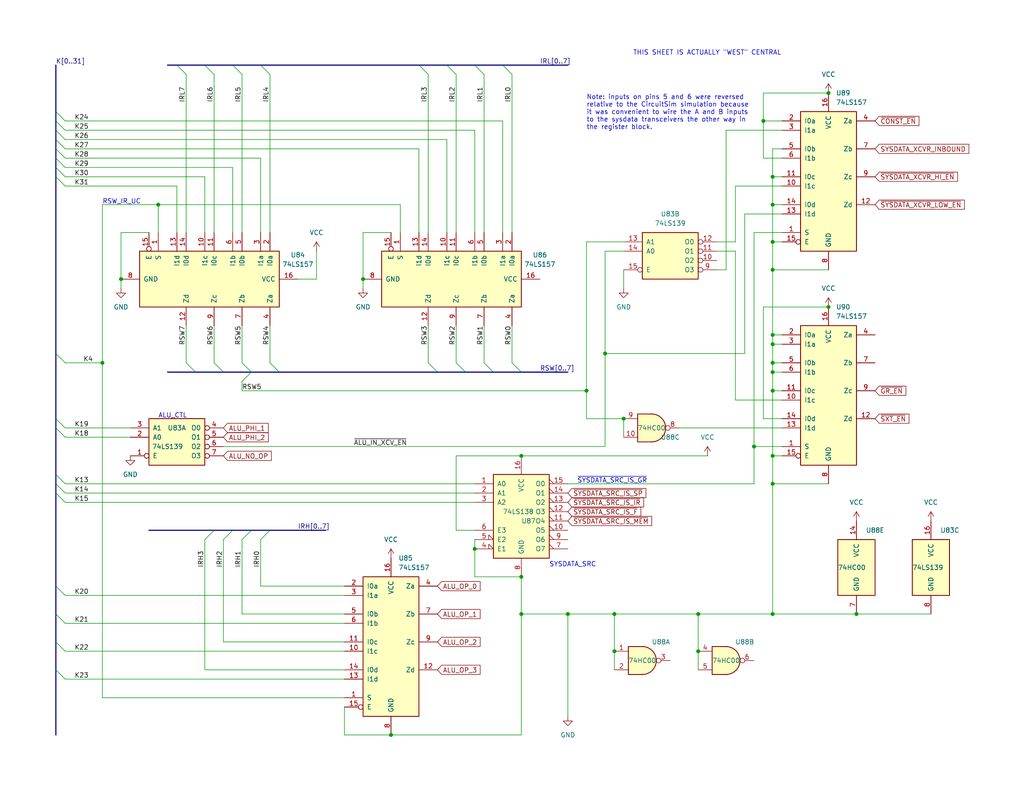
<source format=kicad_sch>
(kicad_sch (version 20211123) (generator eeschema)
  (paper "USLetter")
  (title_block (title "South Central Control"))
  (lib_symbols
    (symbol "74xx:74HC00" (pin_names (offset 1.016))
      (property "Reference" "U" (at 0 1.27 0))
      (property "Value" "74HC00" (at 0 -1.27 0))
      (symbol "74HC00_1_1"
        (arc (start 0 -3.81) (mid 3.81 0) (end 0 3.81) (stroke (width 0.254)) (fill (type background)))
        (polyline (pts (xy 0 3.81) (xy -3.81 3.81) (xy -3.81 -3.81) (xy 0 -3.81)) (stroke (width 0.254)) (fill (type background)))
        (pin input line (at -7.62 2.54 0) (length 3.81) (name "~") (number "1"))
        (pin input line (at -7.62 -2.54 0) (length 3.81) (name "~") (number "2"))
        (pin output inverted (at 7.62 0 180) (length 3.81) (name "~") (number "3"))
      )
      (symbol "74HC00_1_2"
        (arc (start -3.81 -3.81) (mid -2.589 0) (end -3.81 3.81) (stroke (width 0.254)))
        (arc (start -0.6096 -3.81) (mid 2.1855 -2.584) (end 3.81 0) (stroke (width 0.254)) (fill (type background)))
        (polyline (pts (xy -3.81 -3.81) (xy -0.635 -3.81)) (stroke (width 0.254)) (fill (type background)))
        (polyline (pts (xy -3.81 3.81) (xy -0.635 3.81)) (stroke (width 0.254)) (fill (type background)))
        (polyline (pts (xy -0.635 3.81) (xy -3.81 3.81) (xy -3.81 3.81) (xy -3.556 3.4036) (xy -3.0226 2.2606) (xy -2.6924 1.0414) (xy -2.6162 -0.254) (xy -2.7686 -1.4986) (xy -3.175 -2.7178) (xy -3.81 -3.81) (xy -3.81 -3.81) (xy -0.635 -3.81)) (stroke (width -25.4)) (fill (type background)))
        (arc (start 3.81 0) (mid 2.1928 2.5925) (end -0.6096 3.81) (stroke (width 0.254)) (fill (type background)))
        (pin input inverted (at -7.62 2.54 0) (length 4.318) (name "~") (number "1"))
        (pin input inverted (at -7.62 -2.54 0) (length 4.318) (name "~") (number "2"))
        (pin output line (at 7.62 0 180) (length 3.81) (name "~") (number "3"))
      )
      (symbol "74HC00_2_1"
        (arc (start 0 -3.81) (mid 3.81 0) (end 0 3.81) (stroke (width 0.254)) (fill (type background)))
        (polyline (pts (xy 0 3.81) (xy -3.81 3.81) (xy -3.81 -3.81) (xy 0 -3.81)) (stroke (width 0.254)) (fill (type background)))
        (pin input line (at -7.62 2.54 0) (length 3.81) (name "~") (number "4"))
        (pin input line (at -7.62 -2.54 0) (length 3.81) (name "~") (number "5"))
        (pin output inverted (at 7.62 0 180) (length 3.81) (name "~") (number "6"))
      )
      (symbol "74HC00_2_2"
        (arc (start -3.81 -3.81) (mid -2.589 0) (end -3.81 3.81) (stroke (width 0.254)))
        (arc (start -0.6096 -3.81) (mid 2.1855 -2.584) (end 3.81 0) (stroke (width 0.254)) (fill (type background)))
        (polyline (pts (xy -3.81 -3.81) (xy -0.635 -3.81)) (stroke (width 0.254)) (fill (type background)))
        (polyline (pts (xy -3.81 3.81) (xy -0.635 3.81)) (stroke (width 0.254)) (fill (type background)))
        (polyline (pts (xy -0.635 3.81) (xy -3.81 3.81) (xy -3.81 3.81) (xy -3.556 3.4036) (xy -3.0226 2.2606) (xy -2.6924 1.0414) (xy -2.6162 -0.254) (xy -2.7686 -1.4986) (xy -3.175 -2.7178) (xy -3.81 -3.81) (xy -3.81 -3.81) (xy -0.635 -3.81)) (stroke (width -25.4)) (fill (type background)))
        (arc (start 3.81 0) (mid 2.1928 2.5925) (end -0.6096 3.81) (stroke (width 0.254)) (fill (type background)))
        (pin input inverted (at -7.62 2.54 0) (length 4.318) (name "~") (number "4"))
        (pin input inverted (at -7.62 -2.54 0) (length 4.318) (name "~") (number "5"))
        (pin output line (at 7.62 0 180) (length 3.81) (name "~") (number "6"))
      )
      (symbol "74HC00_3_1"
        (arc (start 0 -3.81) (mid 3.81 0) (end 0 3.81) (stroke (width 0.254)) (fill (type background)))
        (polyline (pts (xy 0 3.81) (xy -3.81 3.81) (xy -3.81 -3.81) (xy 0 -3.81)) (stroke (width 0.254)) (fill (type background)))
        (pin input line (at -7.62 -2.54 0) (length 3.81) (name "~") (number "10"))
        (pin output inverted (at 7.62 0 180) (length 3.81) (name "~") (number "8"))
        (pin input line (at -7.62 2.54 0) (length 3.81) (name "~") (number "9"))
      )
      (symbol "74HC00_3_2"
        (arc (start -3.81 -3.81) (mid -2.589 0) (end -3.81 3.81) (stroke (width 0.254)))
        (arc (start -0.6096 -3.81) (mid 2.1855 -2.584) (end 3.81 0) (stroke (width 0.254)) (fill (type background)))
        (polyline (pts (xy -3.81 -3.81) (xy -0.635 -3.81)) (stroke (width 0.254)) (fill (type background)))
        (polyline (pts (xy -3.81 3.81) (xy -0.635 3.81)) (stroke (width 0.254)) (fill (type background)))
        (polyline (pts (xy -0.635 3.81) (xy -3.81 3.81) (xy -3.81 3.81) (xy -3.556 3.4036) (xy -3.0226 2.2606) (xy -2.6924 1.0414) (xy -2.6162 -0.254) (xy -2.7686 -1.4986) (xy -3.175 -2.7178) (xy -3.81 -3.81) (xy -3.81 -3.81) (xy -0.635 -3.81)) (stroke (width -25.4)) (fill (type background)))
        (arc (start 3.81 0) (mid 2.1928 2.5925) (end -0.6096 3.81) (stroke (width 0.254)) (fill (type background)))
        (pin input inverted (at -7.62 -2.54 0) (length 4.318) (name "~") (number "10"))
        (pin output line (at 7.62 0 180) (length 3.81) (name "~") (number "8"))
        (pin input inverted (at -7.62 2.54 0) (length 4.318) (name "~") (number "9"))
      )
      (symbol "74HC00_4_1"
        (arc (start 0 -3.81) (mid 3.81 0) (end 0 3.81) (stroke (width 0.254)) (fill (type background)))
        (polyline (pts (xy 0 3.81) (xy -3.81 3.81) (xy -3.81 -3.81) (xy 0 -3.81)) (stroke (width 0.254)) (fill (type background)))
        (pin output inverted (at 7.62 0 180) (length 3.81) (name "~") (number "11"))
        (pin input line (at -7.62 2.54 0) (length 3.81) (name "~") (number "12"))
        (pin input line (at -7.62 -2.54 0) (length 3.81) (name "~") (number "13"))
      )
      (symbol "74HC00_4_2"
        (arc (start -3.81 -3.81) (mid -2.589 0) (end -3.81 3.81) (stroke (width 0.254)))
        (arc (start -0.6096 -3.81) (mid 2.1855 -2.584) (end 3.81 0) (stroke (width 0.254)) (fill (type background)))
        (polyline (pts (xy -3.81 -3.81) (xy -0.635 -3.81)) (stroke (width 0.254)) (fill (type background)))
        (polyline (pts (xy -3.81 3.81) (xy -0.635 3.81)) (stroke (width 0.254)) (fill (type background)))
        (polyline (pts (xy -0.635 3.81) (xy -3.81 3.81) (xy -3.81 3.81) (xy -3.556 3.4036) (xy -3.0226 2.2606) (xy -2.6924 1.0414) (xy -2.6162 -0.254) (xy -2.7686 -1.4986) (xy -3.175 -2.7178) (xy -3.81 -3.81) (xy -3.81 -3.81) (xy -0.635 -3.81)) (stroke (width -25.4)) (fill (type background)))
        (arc (start 3.81 0) (mid 2.1928 2.5925) (end -0.6096 3.81) (stroke (width 0.254)) (fill (type background)))
        (pin output line (at 7.62 0 180) (length 3.81) (name "~") (number "11"))
        (pin input inverted (at -7.62 2.54 0) (length 4.318) (name "~") (number "12"))
        (pin input inverted (at -7.62 -2.54 0) (length 4.318) (name "~") (number "13"))
      )
      (symbol "74HC00_5_0"
        (pin power_in line (at 0 12.7 270) (length 5.08) (name "VCC") (number "14"))
        (pin power_in line (at 0 -12.7 90) (length 5.08) (name "GND") (number "7"))
      )
      (symbol "74HC00_5_1"
        (rectangle (start -5.08 7.62) (end 5.08 -7.62) (stroke (width 0.254)) (fill (type background)))
      )
    )
    (symbol "74xx:74LS138" (pin_names (offset 1.016))
      (property "Reference" "U" (at -7.62 11.43 0))
      (property "Value" "74LS138" (at -7.62 -13.97 0))
      (symbol "74LS138_1_0"
        (pin input line (at -12.7 7.62 0) (length 5.08) (name "A0") (number "1"))
        (pin output output_low (at 12.7 -5.08 180) (length 5.08) (name "O5") (number "10"))
        (pin output output_low (at 12.7 -2.54 180) (length 5.08) (name "O4") (number "11"))
        (pin output output_low (at 12.7 0 180) (length 5.08) (name "O3") (number "12"))
        (pin output output_low (at 12.7 2.54 180) (length 5.08) (name "O2") (number "13"))
        (pin output output_low (at 12.7 5.08 180) (length 5.08) (name "O1") (number "14"))
        (pin output output_low (at 12.7 7.62 180) (length 5.08) (name "O0") (number "15"))
        (pin power_in line (at 0 15.24 270) (length 5.08) (name "VCC") (number "16"))
        (pin input line (at -12.7 5.08 0) (length 5.08) (name "A1") (number "2"))
        (pin input line (at -12.7 2.54 0) (length 5.08) (name "A2") (number "3"))
        (pin input input_low (at -12.7 -10.16 0) (length 5.08) (name "E1") (number "4"))
        (pin input input_low (at -12.7 -7.62 0) (length 5.08) (name "E2") (number "5"))
        (pin input line (at -12.7 -5.08 0) (length 5.08) (name "E3") (number "6"))
        (pin output output_low (at 12.7 -10.16 180) (length 5.08) (name "O7") (number "7"))
        (pin power_in line (at 0 -17.78 90) (length 5.08) (name "GND") (number "8"))
        (pin output output_low (at 12.7 -7.62 180) (length 5.08) (name "O6") (number "9"))
      )
      (symbol "74LS138_1_1"
        (rectangle (start -7.62 10.16) (end 7.62 -12.7) (stroke (width 0.254)) (fill (type background)))
      )
    )
    (symbol "74xx:74LS139" (pin_names (offset 1.016))
      (property "Reference" "U" (at -7.62 8.89 0))
      (property "Value" "74LS139" (at -7.62 -8.89 0))
      (symbol "74LS139_1_0"
        (pin input inverted (at -12.7 -5.08 0) (length 5.08) (name "E") (number "1"))
        (pin input line (at -12.7 0 0) (length 5.08) (name "A0") (number "2"))
        (pin input line (at -12.7 2.54 0) (length 5.08) (name "A1") (number "3"))
        (pin output inverted (at 12.7 2.54 180) (length 5.08) (name "O0") (number "4"))
        (pin output inverted (at 12.7 0 180) (length 5.08) (name "O1") (number "5"))
        (pin output inverted (at 12.7 -2.54 180) (length 5.08) (name "O2") (number "6"))
        (pin output inverted (at 12.7 -5.08 180) (length 5.08) (name "O3") (number "7"))
      )
      (symbol "74LS139_1_1"
        (rectangle (start -7.62 5.08) (end 7.62 -7.62) (stroke (width 0.254)) (fill (type background)))
      )
      (symbol "74LS139_2_0"
        (pin output inverted (at 12.7 -2.54 180) (length 5.08) (name "O2") (number "10"))
        (pin output inverted (at 12.7 0 180) (length 5.08) (name "O1") (number "11"))
        (pin output inverted (at 12.7 2.54 180) (length 5.08) (name "O0") (number "12"))
        (pin input line (at -12.7 2.54 0) (length 5.08) (name "A1") (number "13"))
        (pin input line (at -12.7 0 0) (length 5.08) (name "A0") (number "14"))
        (pin input inverted (at -12.7 -5.08 0) (length 5.08) (name "E") (number "15"))
        (pin output inverted (at 12.7 -5.08 180) (length 5.08) (name "O3") (number "9"))
      )
      (symbol "74LS139_2_1"
        (rectangle (start -7.62 5.08) (end 7.62 -7.62) (stroke (width 0.254)) (fill (type background)))
      )
      (symbol "74LS139_3_0"
        (pin power_in line (at 0 12.7 270) (length 5.08) (name "VCC") (number "16"))
        (pin power_in line (at 0 -12.7 90) (length 5.08) (name "GND") (number "8"))
      )
      (symbol "74LS139_3_1"
        (rectangle (start -5.08 7.62) (end 5.08 -7.62) (stroke (width 0.254)) (fill (type background)))
      )
    )
    (symbol "74xx:74LS157" (pin_names (offset 1.016))
      (property "Reference" "U" (at -7.62 19.05 0))
      (property "Value" "74LS157" (at -7.62 -21.59 0))
      (symbol "74LS157_1_0"
        (pin input line (at -12.7 -15.24 0) (length 5.08) (name "S") (number "1"))
        (pin input line (at -12.7 -2.54 0) (length 5.08) (name "I1c") (number "10"))
        (pin input line (at -12.7 0 0) (length 5.08) (name "I0c") (number "11"))
        (pin output line (at 12.7 -7.62 180) (length 5.08) (name "Zd") (number "12"))
        (pin input line (at -12.7 -10.16 0) (length 5.08) (name "I1d") (number "13"))
        (pin input line (at -12.7 -7.62 0) (length 5.08) (name "I0d") (number "14"))
        (pin input inverted (at -12.7 -17.78 0) (length 5.08) (name "E") (number "15"))
        (pin power_in line (at 0 22.86 270) (length 5.08) (name "VCC") (number "16"))
        (pin input line (at -12.7 15.24 0) (length 5.08) (name "I0a") (number "2"))
        (pin input line (at -12.7 12.7 0) (length 5.08) (name "I1a") (number "3"))
        (pin output line (at 12.7 15.24 180) (length 5.08) (name "Za") (number "4"))
        (pin input line (at -12.7 7.62 0) (length 5.08) (name "I0b") (number "5"))
        (pin input line (at -12.7 5.08 0) (length 5.08) (name "I1b") (number "6"))
        (pin output line (at 12.7 7.62 180) (length 5.08) (name "Zb") (number "7"))
        (pin power_in line (at 0 -25.4 90) (length 5.08) (name "GND") (number "8"))
        (pin output line (at 12.7 0 180) (length 5.08) (name "Zc") (number "9"))
      )
      (symbol "74LS157_1_1"
        (rectangle (start -7.62 17.78) (end 7.62 -20.32) (stroke (width 0.254)) (fill (type background)))
      )
    )
    (symbol "power:GND" (power) (pin_names (offset 0))
      (property "Value" "GND" (at 0 -3.81 0))
      (symbol "GND_0_1"
        (polyline (pts (xy 0 0) (xy 0 -1.27) (xy 1.27 -1.27) (xy 0 -2.54) (xy -1.27 -1.27) (xy 0 -1.27)))
      )
      (symbol "GND_1_1"
        (pin power_in line (at 0 0 270) (length 0) hide (name "GND") (number "1"))
      )
    )
    (symbol "power:VCC" (power) (pin_names (offset 0))
      (property "Value" "VCC" (at 0 3.81 0))
      (symbol "VCC_0_1"
        (polyline (pts (xy -0.762 1.27) (xy 0 2.54)))
        (polyline (pts (xy 0 0) (xy 0 2.54)))
        (polyline (pts (xy 0 2.54) (xy 0.762 1.27)))
      )
      (symbol "VCC_1_1"
        (pin power_in line (at 0 0 90) (length 0) hide (name "VCC") (number "1"))
      )
    )
  )
  (junction (at 205.74 121.92))
  (junction (at 210.82 132.08))
  (junction (at 210.82 55.88))
  (junction (at 165.1 96.52))
  (junction (at 210.82 124.46))
  (junction (at 210.82 101.6))
  (junction (at 106.68 200.66))
  (junction (at 210.82 167.64))
  (junction (at 160.02 106.68))
  (junction (at 210.82 48.26))
  (junction (at 170.18 114.3))
  (junction (at 142.24 157.48))
  (junction (at 210.82 106.68))
  (junction (at 154.94 167.64))
  (junction (at 190.5 167.64))
  (junction (at 210.82 93.98))
  (junction (at 208.28 33.02))
  (junction (at 43.18 55.88))
  (junction (at 226.06 25.4))
  (junction (at 190.5 177.8))
  (junction (at 33.02 76.2))
  (junction (at 210.82 91.44))
  (junction (at 167.64 177.8))
  (junction (at 233.68 167.64))
  (junction (at 167.64 167.64))
  (junction (at 210.82 99.06))
  (junction (at 142.24 167.64))
  (junction (at 99.06 76.2))
  (junction (at 142.24 124.46))
  (junction (at 210.82 73.66))
  (junction (at 210.82 66.04))
  (junction (at 226.06 83.82))
  (junction (at 129.54 149.86))
  (junction (at 27.94 99.06))
  (bus_entry (at 68.58 101.6) (size -2.54 -2.54))
  (bus_entry (at 68.58 101.6) (size -2.54 2.54))
  (bus_entry (at 15.24 116.84) (size 2.54 2.54))
  (bus_entry (at 15.24 30.48) (size 2.54 2.54))
  (bus_entry (at 15.24 33.02) (size 2.54 2.54))
  (bus_entry (at 121.92 17.78) (size 2.54 2.54))
  (bus_entry (at 15.24 182.88) (size 2.54 2.54))
  (bus_entry (at 137.16 17.78) (size 2.54 2.54))
  (bus_entry (at 73.66 144.78) (size -2.54 2.54))
  (bus_entry (at 15.24 43.18) (size 2.54 2.54))
  (bus_entry (at 134.62 101.6) (size -2.54 -2.54))
  (bus_entry (at 60.96 101.6) (size -2.54 -2.54))
  (bus_entry (at 15.24 132.08) (size 2.54 2.54))
  (bus_entry (at 63.5 144.78) (size -2.54 2.54))
  (bus_entry (at 15.24 96.52) (size 2.54 2.54))
  (bus_entry (at 63.5 17.78) (size 2.54 2.54))
  (bus_entry (at 119.38 101.6) (size -2.54 -2.54))
  (bus_entry (at 127 101.6) (size -2.54 -2.54))
  (bus_entry (at 68.58 144.78) (size -2.54 2.54))
  (bus_entry (at 15.24 160.02) (size 2.54 2.54))
  (bus_entry (at 15.24 35.56) (size 2.54 2.54))
  (bus_entry (at 15.24 167.64) (size 2.54 2.54))
  (bus_entry (at 15.24 134.62) (size 2.54 2.54))
  (bus_entry (at 48.26 17.78) (size 2.54 2.54))
  (bus_entry (at 15.24 175.26) (size 2.54 2.54))
  (bus_entry (at 76.2 101.6) (size -2.54 -2.54))
  (bus_entry (at 15.24 38.1) (size 2.54 2.54))
  (bus_entry (at 142.24 101.6) (size -2.54 -2.54))
  (bus_entry (at 129.54 17.78) (size 2.54 2.54))
  (bus_entry (at 15.24 48.26) (size 2.54 2.54))
  (bus_entry (at 15.24 45.72) (size 2.54 2.54))
  (bus_entry (at 58.42 144.78) (size -2.54 2.54))
  (bus_entry (at 15.24 114.3) (size 2.54 2.54))
  (bus_entry (at 53.34 101.6) (size -2.54 -2.54))
  (bus_entry (at 55.88 17.78) (size 2.54 2.54))
  (bus_entry (at 15.24 40.64) (size 2.54 2.54))
  (bus_entry (at 114.3 17.78) (size 2.54 2.54))
  (bus_entry (at 15.24 129.54) (size 2.54 2.54))
  (bus_entry (at 71.12 17.78) (size 2.54 2.54))
  (bus (pts (xy 15.24 48.26) (xy 15.24 96.52)))
  (wire (pts (xy 154.94 167.64) (xy 167.64 167.64)))
  (wire (pts (xy 142.24 200.66) (xy 106.68 200.66)))
  (wire (pts (xy 190.5 182.88) (xy 190.5 177.8)))
  (wire (pts (xy 116.84 99.06) (xy 116.84 88.9)))
  (wire (pts (xy 195.58 73.66) (xy 198.12 73.66)))
  (wire (pts (xy 213.36 109.22) (xy 200.66 109.22)))
  (wire (pts (xy 160.02 106.68) (xy 66.04 106.68)))
  (bus (pts (xy 63.5 144.78) (xy 68.58 144.78)))
  (wire (pts (xy 165.1 121.92) (xy 165.1 96.52)))
  (wire (pts (xy 17.78 40.64) (xy 114.3 40.64)))
  (wire (pts (xy 208.28 83.82) (xy 226.06 83.82)))
  (wire (pts (xy 71.12 63.5) (xy 71.12 43.18)))
  (wire (pts (xy 170.18 114.3) (xy 160.02 114.3)))
  (wire (pts (xy 17.78 162.56) (xy 93.98 162.56)))
  (wire (pts (xy 167.64 167.64) (xy 190.5 167.64)))
  (wire (pts (xy 17.78 134.62) (xy 129.54 134.62)))
  (wire (pts (xy 142.24 167.64) (xy 142.24 200.66)))
  (wire (pts (xy 139.7 99.06) (xy 139.7 88.9)))
  (wire (pts (xy 81.28 76.2) (xy 86.36 76.2)))
  (wire (pts (xy 213.36 99.06) (xy 210.82 99.06)))
  (wire (pts (xy 203.2 96.52) (xy 165.1 96.52)))
  (bus (pts (xy 15.24 132.08) (xy 15.24 134.62)))
  (wire (pts (xy 132.08 20.32) (xy 132.08 63.5)))
  (wire (pts (xy 170.18 119.38) (xy 170.18 114.3)))
  (wire (pts (xy 208.28 33.02) (xy 208.28 43.18)))
  (wire (pts (xy 86.36 76.2) (xy 86.36 68.58)))
  (wire (pts (xy 160.02 114.3) (xy 160.02 106.68)))
  (wire (pts (xy 210.82 73.66) (xy 210.82 91.44)))
  (bus (pts (xy 121.92 17.78) (xy 129.54 17.78)))
  (wire (pts (xy 210.82 124.46) (xy 210.82 132.08)))
  (wire (pts (xy 137.16 63.5) (xy 137.16 33.02)))
  (wire (pts (xy 154.94 167.64) (xy 142.24 167.64)))
  (bus (pts (xy 15.24 45.72) (xy 15.24 48.26)))
  (wire (pts (xy 185.42 116.84) (xy 213.36 116.84)))
  (wire (pts (xy 124.46 20.32) (xy 124.46 63.5)))
  (wire (pts (xy 58.42 20.32) (xy 58.42 63.5)))
  (bus (pts (xy 60.96 101.6) (xy 68.58 101.6)))
  (wire (pts (xy 132.08 99.06) (xy 132.08 88.9)))
  (wire (pts (xy 129.54 157.48) (xy 142.24 157.48)))
  (wire (pts (xy 66.04 104.14) (xy 66.04 106.68)))
  (bus (pts (xy 76.2 101.6) (xy 119.38 101.6)))
  (wire (pts (xy 210.82 167.64) (xy 233.68 167.64)))
  (wire (pts (xy 139.7 20.32) (xy 139.7 63.5)))
  (wire (pts (xy 60.96 147.32) (xy 60.96 175.26)))
  (wire (pts (xy 190.5 177.8) (xy 190.5 167.64)))
  (bus (pts (xy 15.24 33.02) (xy 15.24 35.56)))
  (wire (pts (xy 213.36 55.88) (xy 210.82 55.88)))
  (wire (pts (xy 17.78 170.18) (xy 93.98 170.18)))
  (wire (pts (xy 208.28 114.3) (xy 208.28 83.82)))
  (wire (pts (xy 213.36 33.02) (xy 208.28 33.02)))
  (wire (pts (xy 58.42 99.06) (xy 58.42 88.9)))
  (wire (pts (xy 170.18 66.04) (xy 160.02 66.04)))
  (wire (pts (xy 17.78 119.38) (xy 35.56 119.38)))
  (wire (pts (xy 195.58 66.04) (xy 200.66 66.04)))
  (wire (pts (xy 213.36 48.26) (xy 210.82 48.26)))
  (wire (pts (xy 66.04 99.06) (xy 66.04 88.9)))
  (wire (pts (xy 200.66 68.58) (xy 195.58 68.58)))
  (wire (pts (xy 210.82 101.6) (xy 210.82 106.68)))
  (wire (pts (xy 254 167.64) (xy 233.68 167.64)))
  (wire (pts (xy 109.22 63.5) (xy 109.22 55.88)))
  (bus (pts (xy 55.88 17.78) (xy 63.5 17.78)))
  (wire (pts (xy 210.82 106.68) (xy 210.82 124.46)))
  (wire (pts (xy 116.84 20.32) (xy 116.84 63.5)))
  (wire (pts (xy 203.2 58.42) (xy 203.2 96.52)))
  (wire (pts (xy 93.98 200.66) (xy 106.68 200.66)))
  (bus (pts (xy 15.24 167.64) (xy 15.24 175.26)))
  (bus (pts (xy 142.24 101.6) (xy 154.94 101.6)))
  (bus (pts (xy 127 101.6) (xy 134.62 101.6)))
  (wire (pts (xy 17.78 50.8) (xy 48.26 50.8)))
  (bus (pts (xy 63.5 17.78) (xy 71.12 17.78)))
  (wire (pts (xy 213.36 63.5) (xy 205.74 63.5)))
  (bus (pts (xy 45.72 101.6) (xy 53.34 101.6)))
  (wire (pts (xy 17.78 132.08) (xy 129.54 132.08)))
  (wire (pts (xy 27.94 55.88) (xy 43.18 55.88)))
  (wire (pts (xy 190.5 167.64) (xy 210.82 167.64)))
  (wire (pts (xy 213.36 66.04) (xy 210.82 66.04)))
  (wire (pts (xy 27.94 190.5) (xy 27.94 99.06)))
  (wire (pts (xy 93.98 167.64) (xy 66.04 167.64)))
  (wire (pts (xy 27.94 55.88) (xy 27.94 99.06)))
  (wire (pts (xy 213.36 93.98) (xy 210.82 93.98)))
  (wire (pts (xy 17.78 99.06) (xy 27.94 99.06)))
  (wire (pts (xy 17.78 38.1) (xy 121.92 38.1)))
  (bus (pts (xy 15.24 35.56) (xy 15.24 38.1)))
  (bus (pts (xy 15.24 30.48) (xy 15.24 33.02)))
  (wire (pts (xy 154.94 167.64) (xy 154.94 195.58)))
  (wire (pts (xy 17.78 45.72) (xy 63.5 45.72)))
  (wire (pts (xy 210.82 93.98) (xy 210.82 99.06)))
  (wire (pts (xy 210.82 48.26) (xy 210.82 55.88)))
  (bus (pts (xy 68.58 144.78) (xy 73.66 144.78)))
  (bus (pts (xy 119.38 101.6) (xy 127 101.6)))
  (wire (pts (xy 160.02 66.04) (xy 160.02 106.68)))
  (bus (pts (xy 15.24 38.1) (xy 15.24 40.64)))
  (bus (pts (xy 15.24 160.02) (xy 15.24 167.64)))
  (bus (pts (xy 58.42 144.78) (xy 63.5 144.78)))
  (bus (pts (xy 134.62 101.6) (xy 142.24 101.6)))
  (wire (pts (xy 210.82 91.44) (xy 210.82 93.98)))
  (wire (pts (xy 17.78 43.18) (xy 71.12 43.18)))
  (wire (pts (xy 99.06 78.74) (xy 99.06 76.2)))
  (wire (pts (xy 129.54 144.78) (xy 124.46 144.78)))
  (wire (pts (xy 93.98 160.02) (xy 71.12 160.02)))
  (bus (pts (xy 71.12 17.78) (xy 114.3 17.78)))
  (wire (pts (xy 124.46 144.78) (xy 124.46 124.46)))
  (wire (pts (xy 17.78 137.16) (xy 129.54 137.16)))
  (wire (pts (xy 208.28 25.4) (xy 208.28 33.02)))
  (wire (pts (xy 50.8 20.32) (xy 50.8 63.5)))
  (wire (pts (xy 66.04 20.32) (xy 66.04 63.5)))
  (wire (pts (xy 17.78 35.56) (xy 129.54 35.56)))
  (wire (pts (xy 129.54 147.32) (xy 129.54 149.86)))
  (wire (pts (xy 99.06 63.5) (xy 99.06 76.2)))
  (wire (pts (xy 213.36 106.68) (xy 210.82 106.68)))
  (wire (pts (xy 109.22 55.88) (xy 43.18 55.88)))
  (wire (pts (xy 63.5 63.5) (xy 63.5 45.72)))
  (bus (pts (xy 114.3 17.78) (xy 121.92 17.78)))
  (bus (pts (xy 48.26 17.78) (xy 55.88 17.78)))
  (bus (pts (xy 15.24 175.26) (xy 15.24 182.88)))
  (wire (pts (xy 124.46 99.06) (xy 124.46 88.9)))
  (wire (pts (xy 167.64 177.8) (xy 167.64 167.64)))
  (wire (pts (xy 226.06 73.66) (xy 210.82 73.66)))
  (wire (pts (xy 55.88 63.5) (xy 55.88 48.26)))
  (wire (pts (xy 210.82 40.64) (xy 210.82 48.26)))
  (wire (pts (xy 71.12 147.32) (xy 71.12 160.02)))
  (wire (pts (xy 124.46 124.46) (xy 142.24 124.46)))
  (wire (pts (xy 193.04 124.46) (xy 142.24 124.46)))
  (wire (pts (xy 43.18 63.5) (xy 43.18 55.88)))
  (wire (pts (xy 93.98 193.04) (xy 93.98 200.66)))
  (wire (pts (xy 200.66 50.8) (xy 213.36 50.8)))
  (wire (pts (xy 213.36 124.46) (xy 210.82 124.46)))
  (wire (pts (xy 198.12 35.56) (xy 213.36 35.56)))
  (wire (pts (xy 205.74 121.92) (xy 205.74 63.5)))
  (bus (pts (xy 15.24 116.84) (xy 15.24 129.54)))
  (wire (pts (xy 154.94 132.08) (xy 205.74 132.08)))
  (wire (pts (xy 210.82 99.06) (xy 210.82 101.6)))
  (bus (pts (xy 15.24 43.18) (xy 15.24 45.72)))
  (wire (pts (xy 66.04 147.32) (xy 66.04 167.64)))
  (wire (pts (xy 93.98 175.26) (xy 60.96 175.26)))
  (wire (pts (xy 17.78 185.42) (xy 93.98 185.42)))
  (wire (pts (xy 93.98 182.88) (xy 55.88 182.88)))
  (wire (pts (xy 129.54 149.86) (xy 129.54 157.48)))
  (bus (pts (xy 15.24 114.3) (xy 15.24 116.84)))
  (wire (pts (xy 208.28 25.4) (xy 226.06 25.4)))
  (wire (pts (xy 106.68 63.5) (xy 99.06 63.5)))
  (wire (pts (xy 55.88 147.32) (xy 55.88 182.88)))
  (bus (pts (xy 15.24 129.54) (xy 15.24 132.08)))
  (bus (pts (xy 45.72 17.78) (xy 48.26 17.78)))
  (wire (pts (xy 142.24 157.48) (xy 142.24 167.64)))
  (wire (pts (xy 213.36 58.42) (xy 203.2 58.42)))
  (wire (pts (xy 208.28 43.18) (xy 213.36 43.18)))
  (bus (pts (xy 15.24 134.62) (xy 15.24 160.02)))
  (wire (pts (xy 129.54 63.5) (xy 129.54 35.56)))
  (wire (pts (xy 213.36 121.92) (xy 205.74 121.92)))
  (wire (pts (xy 17.78 48.26) (xy 55.88 48.26)))
  (bus (pts (xy 68.58 101.6) (xy 76.2 101.6)))
  (wire (pts (xy 60.96 121.92) (xy 165.1 121.92)))
  (wire (pts (xy 205.74 132.08) (xy 205.74 121.92)))
  (wire (pts (xy 50.8 99.06) (xy 50.8 88.9)))
  (wire (pts (xy 114.3 63.5) (xy 114.3 40.64)))
  (wire (pts (xy 210.82 132.08) (xy 210.82 167.64)))
  (wire (pts (xy 17.78 177.8) (xy 93.98 177.8)))
  (wire (pts (xy 213.36 40.64) (xy 210.82 40.64)))
  (wire (pts (xy 213.36 91.44) (xy 210.82 91.44)))
  (wire (pts (xy 200.66 66.04) (xy 200.66 50.8)))
  (wire (pts (xy 73.66 99.06) (xy 73.66 88.9)))
  (bus (pts (xy 15.24 182.88) (xy 15.24 200.66)))
  (wire (pts (xy 17.78 33.02) (xy 137.16 33.02)))
  (wire (pts (xy 93.98 190.5) (xy 27.94 190.5)))
  (wire (pts (xy 213.36 101.6) (xy 210.82 101.6)))
  (wire (pts (xy 48.26 63.5) (xy 48.26 50.8)))
  (wire (pts (xy 73.66 20.32) (xy 73.66 63.5)))
  (wire (pts (xy 167.64 182.88) (xy 167.64 177.8)))
  (wire (pts (xy 121.92 63.5) (xy 121.92 38.1)))
  (wire (pts (xy 210.82 55.88) (xy 210.82 66.04)))
  (bus (pts (xy 15.24 17.78) (xy 15.24 30.48)))
  (wire (pts (xy 165.1 96.52) (xy 165.1 68.58)))
  (wire (pts (xy 33.02 63.5) (xy 33.02 76.2)))
  (wire (pts (xy 200.66 109.22) (xy 200.66 68.58)))
  (bus (pts (xy 53.34 101.6) (xy 60.96 101.6)))
  (wire (pts (xy 198.12 73.66) (xy 198.12 35.56)))
  (wire (pts (xy 170.18 78.74) (xy 170.18 73.66)))
  (wire (pts (xy 33.02 78.74) (xy 33.02 76.2)))
  (bus (pts (xy 129.54 17.78) (xy 137.16 17.78)))
  (bus (pts (xy 40.64 144.78) (xy 58.42 144.78)))
  (wire (pts (xy 165.1 68.58) (xy 170.18 68.58)))
  (wire (pts (xy 40.64 63.5) (xy 33.02 63.5)))
  (wire (pts (xy 17.78 116.84) (xy 35.56 116.84)))
  (wire (pts (xy 210.82 66.04) (xy 210.82 73.66)))
  (bus (pts (xy 15.24 96.52) (xy 15.24 114.3)))
  (wire (pts (xy 210.82 132.08) (xy 226.06 132.08)))
  (bus (pts (xy 73.66 144.78) (xy 88.9 144.78)))
  (bus (pts (xy 15.24 40.64) (xy 15.24 43.18)))
  (bus (pts (xy 137.16 17.78) (xy 154.94 17.78)))
  (wire (pts (xy 213.36 114.3) (xy 208.28 114.3)))
  (text "ALU_CTL" (at 43.18 114.3 0) (effects (font (size 1.27 1.27)) (justify left bottom)))
  (text "~{SYSDATA_SRC_IS_GR}" (at 157.48 132.08 0) (effects (font (size 1.27 1.27)) (justify left bottom)))
  (text "RSW_IR_UC" (at 27.94 55.88 0) (effects (font (size 1.27 1.27)) (justify left bottom)))
  (text "THIS SHEET IS ACTUALLY \"WEST\" CENTRAL" (at 172.72 15.24 0) (effects (font (size 1.27 1.27)) (justify left bottom)))
  (text "Note: inputs on pins 5 and 6 were reversed\nrelative to the CircuitSim simulation because\nit was convenient to wire the A and B inputs\nto the sysdata transceivers the other way in\nthe register block." (at 160.02 35.56 0) (effects (font (size 1.27 1.27)) (justify left bottom)))
  (text "SYSDATA_SRC" (at 149.86 154.94 0) (effects (font (size 1.27 1.27)) (justify left bottom)))
  (label "RSW6" (at 58.42 88.9 270))
  (label "IRL6" (at 58.42 27.94 90))
  (label "K27" (at 20.32 40.64 0))
  (label "RSW2" (at 124.46 88.9 270))
  (label "IRL7" (at 50.8 27.94 90))
  (label "IRH1" (at 66.04 154.94 90))
  (label "IRL4" (at 73.66 27.94 90))
  (label "IRL0" (at 139.7 27.94 90))
  (label "RSW[0..7]" (at 147.32 101.6 0))
  (label "K20" (at 20.32 162.56 0))
  (label "K4" (at 25.4 99.06 180))
  (label "K[0..31]" (at 15.24 17.78 0))
  (label "~{ALU_IN_XCV_EN}" (at 96.52 121.92 0))
  (label "K30" (at 20.32 48.26 0))
  (label "RSW0" (at 139.7 88.9 270))
  (label "K28" (at 20.32 43.18 0))
  (label "RSW3" (at 116.84 88.9 270))
  (label "IRL5" (at 66.04 27.94 90))
  (label "K22" (at 20.32 177.8 0))
  (label "K23" (at 20.32 185.42 0))
  (label "K14" (at 20.32 134.62 0))
  (label "RSW7" (at 50.8 88.9 270))
  (label "IRL1" (at 132.08 27.94 90))
  (label "IRH[0..7]" (at 81.28 144.78 0))
  (label "K24" (at 20.32 33.02 0))
  (label "IRH0" (at 71.12 154.94 90))
  (label "RSW1" (at 132.08 88.9 270))
  (label "K18" (at 20.32 119.38 0))
  (label "RSW5" (at 66.04 88.9 270))
  (label "IRL2" (at 124.46 27.94 90))
  (label "K26" (at 20.32 38.1 0))
  (label "IRH2" (at 60.96 154.94 90))
  (label "RSW4" (at 73.66 88.9 270))
  (label "K21" (at 20.32 170.18 0))
  (label "K31" (at 20.32 50.8 0))
  (label "K25" (at 20.32 35.56 0))
  (label "K15" (at 20.32 137.16 0))
  (label "IRL[0..7]" (at 147.32 17.78 0))
  (label "RSW5" (at 66.04 106.68 0))
  (label "K29" (at 20.32 45.72 0))
  (label "K19" (at 20.32 116.84 0))
  (label "IRL3" (at 116.84 27.94 90))
  (label "K13" (at 20.32 132.08 0))
  (label "IRH3" (at 55.88 154.94 90))
  (global_label "~{CONST_EN}" (shape input) (at 238.76 33.02 0) (property "Intersheet References" "${INTERSHEET_REFS}" (effects hide)))
  (global_label "ALU_OP_1" (shape input) (at 119.38 167.64 0) (property "Intersheet References" "${INTERSHEET_REFS}" (effects hide)))
  (global_label "~{SYSDATA_XCVR_HI_EN}" (shape input) (at 238.76 48.26 0) (property "Intersheet References" "${INTERSHEET_REFS}" (effects hide)))
  (global_label "~{SYSDATA_XCVR_LOW_EN}" (shape input) (at 238.76 55.88 0) (property "Intersheet References" "${INTERSHEET_REFS}" (effects hide)))
  (global_label "~{SXT_EN}" (shape input) (at 238.76 114.3 0) (property "Intersheet References" "${INTERSHEET_REFS}" (effects hide)))
  (global_label "~{SYSDATA_SRC_IS_MEM}" (shape input) (at 154.94 142.24 0) (property "Intersheet References" "${INTERSHEET_REFS}" (effects hide)))
  (global_label "~{SYSDATA_SRC_IS_IR}" (shape input) (at 154.94 137.16 0) (property "Intersheet References" "${INTERSHEET_REFS}" (effects hide)))
  (global_label "~{GR_EN}" (shape input) (at 238.76 106.68 0) (property "Intersheet References" "${INTERSHEET_REFS}" (effects hide)))
  (global_label "ALU_NO_OP" (shape input) (at 60.96 124.46 0) (property "Intersheet References" "${INTERSHEET_REFS}" (effects hide)))
  (global_label "~{SYSDATA_SRC_IS_SP}" (shape input) (at 154.94 134.62 0) (property "Intersheet References" "${INTERSHEET_REFS}" (effects hide)))
  (global_label "ALU_PHI_1" (shape input) (at 60.96 116.84 0) (property "Intersheet References" "${INTERSHEET_REFS}" (effects hide)))
  (global_label "ALU_OP_2" (shape input) (at 119.38 175.26 0) (property "Intersheet References" "${INTERSHEET_REFS}" (effects hide)))
  (global_label "~{SYSDATA_SRC_IS_F}" (shape input) (at 154.94 139.7 0) (property "Intersheet References" "${INTERSHEET_REFS}" (effects hide)))
  (global_label "ALU_PHI_2" (shape input) (at 60.96 119.38 0) (property "Intersheet References" "${INTERSHEET_REFS}" (effects hide)))
  (global_label "ALU_OP_0" (shape input) (at 119.38 160.02 0) (property "Intersheet References" "${INTERSHEET_REFS}" (effects hide)))
  (global_label "SYSDATA_XCVR_INBOUND" (shape input) (at 238.76 40.64 0) (property "Intersheet References" "${INTERSHEET_REFS}" (effects hide)))
  (global_label "ALU_OP_3" (shape input) (at 119.38 182.88 0) (property "Intersheet References" "${INTERSHEET_REFS}" (effects hide)))
  (symbol (lib_id "power:VCC") (at 193.04 124.46 0) (unit 1)
    (property "Reference" "#PWR0153" (effects hide))
    (property "Value" "VCC" (at 193.04 119.38 0))
  )
  (symbol (lib_id "74xx:74HC00") (at 177.8 116.84 0) (unit 3)
    (property "Reference" "U88" (at 182.88 119.38 0))
    (property "Value" "74HC00" (at 177.8 116.84 0))
    (property "Datasheet" "http://www.ti.com/lit/gpn/sn74hc00" (effects hide))
  )
  (symbol (lib_id "74xx:74LS139") (at 182.88 68.58 0) (unit 2)
    (property "Reference" "U83" (at 182.88 58.42 0))
    (property "Value" "74LS139" (at 182.88 60.96 0))
    (property "Datasheet" "http://www.ti.com/lit/ds/symlink/sn74ls139a.pdf" (effects hide))
  )
  (symbol (lib_id "power:VCC") (at 86.36 68.58 0) (unit 1)
    (property "Reference" "#PWR0148" (effects hide))
    (property "Value" "VCC" (at 86.36 63.5 0))
  )
  (symbol (lib_id "74xx:74LS157") (at 226.06 106.68 0) (unit 1)
    (property "Reference" "U90" (at 228.0794 83.82 0) (effects (justify left)))
    (property "Value" "74LS157" (at 228.0794 86.36 0) (effects (justify left)))
    (property "Datasheet" "http://www.ti.com/lit/gpn/sn74LS157" (effects hide))
  )
  (symbol (lib_id "power:VCC") (at 226.06 25.4 0) (unit 1)
    (property "Reference" "#PWR0154" (effects hide))
    (property "Value" "VCC" (at 226.06 20.32 0))
  )
  (symbol (lib_id "74xx:74LS157") (at 58.42 76.2 270) (unit 1)
    (property "Reference" "U84" (at 81.28 69.6212 90))
    (property "Value" "74LS157" (at 81.28 72.1612 90))
    (property "Datasheet" "http://www.ti.com/lit/gpn/sn74LS157" (effects hide))
  )
  (symbol (lib_id "power:VCC") (at 106.68 152.4 0) (unit 1)
    (property "Reference" "#PWR0150" (effects hide))
    (property "Value" "VCC" (at 106.68 147.32 0))
  )
  (symbol (lib_id "power:GND") (at 35.56 124.46 0) (unit 1)
    (property "Reference" "#PWR0147" (effects hide))
    (property "Value" "GND" (at 35.56 129.54 0))
  )
  (symbol (lib_id "power:GND") (at 33.02 78.74 0) (unit 1)
    (property "Reference" "#PWR0146" (effects hide))
    (property "Value" "GND" (at 33.02 83.82 0))
  )
  (symbol (lib_id "power:GND") (at 154.94 195.58 0) (unit 1)
    (property "Reference" "#PWR0151" (effects hide))
    (property "Value" "GND" (at 154.94 200.66 0))
  )
  (symbol (lib_id "power:VCC") (at 233.68 142.24 0) (unit 1)
    (property "Reference" "#PWR0156" (effects hide))
    (property "Value" "VCC" (at 233.68 137.16 0))
  )
  (symbol (lib_id "74xx:74HC00") (at 198.12 180.34 0) (unit 2)
    (property "Reference" "U88" (at 203.2 175.26 0))
    (property "Value" "74HC00" (at 198.12 180.34 0))
    (property "Datasheet" "http://www.ti.com/lit/gpn/sn74hc00" (effects hide))
  )
  (symbol (lib_id "power:GND") (at 99.06 78.74 0) (unit 1)
    (property "Reference" "#PWR0149" (effects hide))
    (property "Value" "GND" (at 99.06 83.82 0))
  )
  (symbol (lib_id "74xx:74LS139") (at 48.26 119.38 0) (unit 1)
    (property "Reference" "U83" (at 48.26 116.84 0))
    (property "Value" "74LS139" (at 45.72 121.92 0))
    (property "Datasheet" "http://www.ti.com/lit/ds/symlink/sn74ls139a.pdf" (effects hide))
  )
  (symbol (lib_id "power:GND") (at 170.18 78.74 0) (unit 1)
    (property "Reference" "#PWR0152" (effects hide))
    (property "Value" "GND" (at 170.18 83.82 0))
  )
  (symbol (lib_id "74xx:74LS138") (at 142.24 139.7 0) (unit 1)
    (property "Reference" "U87" (at 142.24 142.24 0) (effects (justify left)))
    (property "Value" "74LS138" (at 137.16 139.7 0) (effects (justify left)))
    (property "Datasheet" "http://www.ti.com/lit/gpn/sn74LS138" (effects hide))
  )
  (symbol (lib_id "power:VCC") (at 226.06 83.82 0) (unit 1)
    (property "Reference" "#PWR0155" (effects hide))
    (property "Value" "VCC" (at 226.06 78.74 0))
  )
  (symbol (lib_id "74xx:74HC00") (at 175.26 180.34 0) (unit 1)
    (property "Reference" "U88" (at 180.34 175.26 0))
    (property "Value" "74HC00" (at 175.26 180.34 0))
    (property "Datasheet" "http://www.ti.com/lit/gpn/sn74hc00" (effects hide))
  )
  (symbol (lib_id "74xx:74LS157") (at 106.68 175.26 0) (unit 1)
    (property "Reference" "U85" (at 108.6994 152.4 0) (effects (justify left)))
    (property "Value" "74LS157" (at 108.6994 154.94 0) (effects (justify left)))
    (property "Datasheet" "http://www.ti.com/lit/gpn/sn74LS157" (effects hide))
  )
  (symbol (lib_id "74xx:74LS157") (at 226.06 48.26 0) (unit 1)
    (property "Reference" "U89" (at 228.0794 25.4 0) (effects (justify left)))
    (property "Value" "74LS157" (at 228.0794 27.94 0) (effects (justify left)))
    (property "Datasheet" "http://www.ti.com/lit/gpn/sn74LS157" (effects hide))
  )
  (symbol (lib_id "74xx:74LS139") (at 254 154.94 0) (unit 3)
    (property "Reference" "U83" (at 256.54 144.78 0) (effects (justify left)))
    (property "Value" "74LS139" (at 248.92 154.94 0) (effects (justify left)))
    (property "Datasheet" "http://www.ti.com/lit/ds/symlink/sn74ls139a.pdf" (effects hide))
  )
  (symbol (lib_id "74xx:74LS157") (at 124.46 76.2 270) (unit 1)
    (property "Reference" "U86" (at 147.32 69.6212 90))
    (property "Value" "74LS157" (at 147.32 72.1612 90))
    (property "Datasheet" "http://www.ti.com/lit/gpn/sn74LS157" (effects hide))
  )
  (symbol (lib_id "74xx:74HC00") (at 233.68 154.94 0) (unit 5)
    (property "Reference" "U88" (at 236.22 144.78 0) (effects (justify left)))
    (property "Value" "74HC00" (at 228.6 154.94 0) (effects (justify left)))
    (property "Datasheet" "http://www.ti.com/lit/gpn/sn74hc00" (effects hide))
  )
  (symbol (lib_id "power:VCC") (at 254 142.24 0) (unit 1)
    (property "Reference" "#PWR0157" (effects hide))
    (property "Value" "VCC" (at 254 137.16 0))
  )
)
</source>
